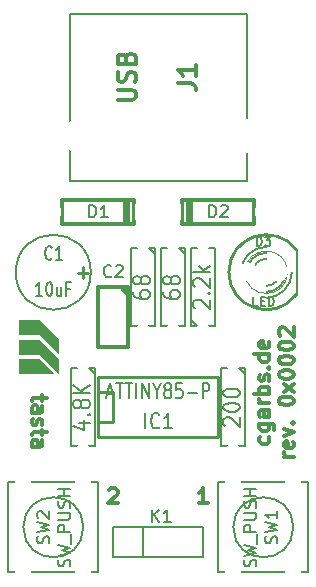
<source format=gto>
G04 (created by PCBNEW (2013-jul-07)-stable) date Fr 27 Mär 2015 12:46:30 CET*
%MOIN*%
G04 Gerber Fmt 3.4, Leading zero omitted, Abs format*
%FSLAX34Y34*%
G01*
G70*
G90*
G04 APERTURE LIST*
%ADD10C,0.00590551*%
%ADD11C,0.011811*%
%ADD12C,0.005*%
%ADD13C,0.008*%
%ADD14C,0.006*%
%ADD15C,0.01*%
%ADD16C,0.012*%
%ADD17C,0.003*%
%ADD18C,0.0001*%
%ADD19C,0.01125*%
%ADD20R,0.06X0.06*%
%ADD21C,0.06*%
%ADD22C,0.0591*%
%ADD23C,0.1181*%
%ADD24C,0.055*%
%ADD25R,0.055X0.055*%
%ADD26C,0.066*%
G04 APERTURE END LIST*
G54D10*
G54D11*
X31142Y-35202D02*
X30857Y-35202D01*
X31000Y-35202D02*
X31000Y-34702D01*
X30952Y-34773D01*
X30904Y-34821D01*
X30857Y-34845D01*
X27857Y-34750D02*
X27880Y-34726D01*
X27928Y-34702D01*
X28047Y-34702D01*
X28095Y-34726D01*
X28119Y-34750D01*
X28142Y-34797D01*
X28142Y-34845D01*
X28119Y-34916D01*
X27833Y-35202D01*
X28142Y-35202D01*
X25630Y-31607D02*
X25630Y-31797D01*
X25797Y-31678D02*
X25369Y-31678D01*
X25321Y-31702D01*
X25297Y-31750D01*
X25297Y-31797D01*
X25297Y-32178D02*
X25559Y-32178D01*
X25607Y-32154D01*
X25630Y-32107D01*
X25630Y-32011D01*
X25607Y-31964D01*
X25321Y-32178D02*
X25297Y-32130D01*
X25297Y-32011D01*
X25321Y-31964D01*
X25369Y-31940D01*
X25416Y-31940D01*
X25464Y-31964D01*
X25488Y-32011D01*
X25488Y-32130D01*
X25511Y-32178D01*
X25321Y-32392D02*
X25297Y-32440D01*
X25297Y-32535D01*
X25321Y-32583D01*
X25369Y-32607D01*
X25392Y-32607D01*
X25440Y-32583D01*
X25464Y-32535D01*
X25464Y-32464D01*
X25488Y-32416D01*
X25535Y-32392D01*
X25559Y-32392D01*
X25607Y-32416D01*
X25630Y-32464D01*
X25630Y-32535D01*
X25607Y-32583D01*
X25630Y-32750D02*
X25630Y-32940D01*
X25797Y-32821D02*
X25369Y-32821D01*
X25321Y-32845D01*
X25297Y-32892D01*
X25297Y-32940D01*
X25297Y-33321D02*
X25559Y-33321D01*
X25607Y-33297D01*
X25630Y-33250D01*
X25630Y-33154D01*
X25607Y-33107D01*
X25321Y-33321D02*
X25297Y-33273D01*
X25297Y-33154D01*
X25321Y-33107D01*
X25369Y-33083D01*
X25416Y-33083D01*
X25464Y-33107D01*
X25488Y-33154D01*
X25488Y-33273D01*
X25511Y-33321D01*
X33178Y-32976D02*
X33202Y-33023D01*
X33202Y-33119D01*
X33178Y-33166D01*
X33154Y-33190D01*
X33107Y-33214D01*
X32964Y-33214D01*
X32916Y-33190D01*
X32892Y-33166D01*
X32869Y-33119D01*
X32869Y-33023D01*
X32892Y-32976D01*
X32869Y-32547D02*
X33273Y-32547D01*
X33321Y-32571D01*
X33345Y-32595D01*
X33369Y-32642D01*
X33369Y-32714D01*
X33345Y-32761D01*
X33178Y-32547D02*
X33202Y-32595D01*
X33202Y-32690D01*
X33178Y-32738D01*
X33154Y-32761D01*
X33107Y-32785D01*
X32964Y-32785D01*
X32916Y-32761D01*
X32892Y-32738D01*
X32869Y-32690D01*
X32869Y-32595D01*
X32892Y-32547D01*
X33202Y-32095D02*
X32940Y-32095D01*
X32892Y-32119D01*
X32869Y-32166D01*
X32869Y-32261D01*
X32892Y-32309D01*
X33178Y-32095D02*
X33202Y-32142D01*
X33202Y-32261D01*
X33178Y-32309D01*
X33130Y-32333D01*
X33083Y-32333D01*
X33035Y-32309D01*
X33011Y-32261D01*
X33011Y-32142D01*
X32988Y-32095D01*
X33202Y-31857D02*
X32869Y-31857D01*
X32964Y-31857D02*
X32916Y-31833D01*
X32892Y-31809D01*
X32869Y-31761D01*
X32869Y-31714D01*
X33202Y-31547D02*
X32702Y-31547D01*
X32892Y-31547D02*
X32869Y-31500D01*
X32869Y-31404D01*
X32892Y-31357D01*
X32916Y-31333D01*
X32964Y-31309D01*
X33107Y-31309D01*
X33154Y-31333D01*
X33178Y-31357D01*
X33202Y-31404D01*
X33202Y-31500D01*
X33178Y-31547D01*
X33178Y-31119D02*
X33202Y-31071D01*
X33202Y-30976D01*
X33178Y-30928D01*
X33130Y-30904D01*
X33107Y-30904D01*
X33059Y-30928D01*
X33035Y-30976D01*
X33035Y-31047D01*
X33011Y-31095D01*
X32964Y-31119D01*
X32940Y-31119D01*
X32892Y-31095D01*
X32869Y-31047D01*
X32869Y-30976D01*
X32892Y-30928D01*
X33154Y-30690D02*
X33178Y-30666D01*
X33202Y-30690D01*
X33178Y-30714D01*
X33154Y-30690D01*
X33202Y-30690D01*
X33202Y-30238D02*
X32702Y-30238D01*
X33178Y-30238D02*
X33202Y-30285D01*
X33202Y-30380D01*
X33178Y-30428D01*
X33154Y-30452D01*
X33107Y-30476D01*
X32964Y-30476D01*
X32916Y-30452D01*
X32892Y-30428D01*
X32869Y-30380D01*
X32869Y-30285D01*
X32892Y-30238D01*
X33178Y-29809D02*
X33202Y-29857D01*
X33202Y-29952D01*
X33178Y-29999D01*
X33130Y-30023D01*
X32940Y-30023D01*
X32892Y-29999D01*
X32869Y-29952D01*
X32869Y-29857D01*
X32892Y-29809D01*
X32940Y-29785D01*
X32988Y-29785D01*
X33035Y-30023D01*
X34020Y-33642D02*
X33687Y-33642D01*
X33782Y-33642D02*
X33734Y-33619D01*
X33710Y-33595D01*
X33687Y-33547D01*
X33687Y-33500D01*
X33996Y-33142D02*
X34020Y-33190D01*
X34020Y-33285D01*
X33996Y-33333D01*
X33949Y-33357D01*
X33758Y-33357D01*
X33710Y-33333D01*
X33687Y-33285D01*
X33687Y-33190D01*
X33710Y-33142D01*
X33758Y-33119D01*
X33806Y-33119D01*
X33853Y-33357D01*
X33687Y-32952D02*
X34020Y-32833D01*
X33687Y-32714D01*
X33972Y-32523D02*
X33996Y-32500D01*
X34020Y-32523D01*
X33996Y-32547D01*
X33972Y-32523D01*
X34020Y-32523D01*
X33520Y-31809D02*
X33520Y-31761D01*
X33544Y-31714D01*
X33568Y-31690D01*
X33615Y-31666D01*
X33710Y-31642D01*
X33830Y-31642D01*
X33925Y-31666D01*
X33972Y-31690D01*
X33996Y-31714D01*
X34020Y-31761D01*
X34020Y-31809D01*
X33996Y-31857D01*
X33972Y-31880D01*
X33925Y-31904D01*
X33830Y-31928D01*
X33710Y-31928D01*
X33615Y-31904D01*
X33568Y-31880D01*
X33544Y-31857D01*
X33520Y-31809D01*
X34020Y-31476D02*
X33687Y-31214D01*
X33687Y-31476D02*
X34020Y-31214D01*
X33520Y-30928D02*
X33520Y-30880D01*
X33544Y-30833D01*
X33568Y-30809D01*
X33615Y-30785D01*
X33710Y-30761D01*
X33830Y-30761D01*
X33925Y-30785D01*
X33972Y-30809D01*
X33996Y-30833D01*
X34020Y-30880D01*
X34020Y-30928D01*
X33996Y-30976D01*
X33972Y-31000D01*
X33925Y-31023D01*
X33830Y-31047D01*
X33710Y-31047D01*
X33615Y-31023D01*
X33568Y-31000D01*
X33544Y-30976D01*
X33520Y-30928D01*
X33520Y-30452D02*
X33520Y-30404D01*
X33544Y-30357D01*
X33568Y-30333D01*
X33615Y-30309D01*
X33710Y-30285D01*
X33830Y-30285D01*
X33925Y-30309D01*
X33972Y-30333D01*
X33996Y-30357D01*
X34020Y-30404D01*
X34020Y-30452D01*
X33996Y-30500D01*
X33972Y-30523D01*
X33925Y-30547D01*
X33830Y-30571D01*
X33710Y-30571D01*
X33615Y-30547D01*
X33568Y-30523D01*
X33544Y-30500D01*
X33520Y-30452D01*
X33520Y-29976D02*
X33520Y-29928D01*
X33544Y-29880D01*
X33568Y-29857D01*
X33615Y-29833D01*
X33710Y-29809D01*
X33830Y-29809D01*
X33925Y-29833D01*
X33972Y-29857D01*
X33996Y-29880D01*
X34020Y-29928D01*
X34020Y-29976D01*
X33996Y-30023D01*
X33972Y-30047D01*
X33925Y-30071D01*
X33830Y-30095D01*
X33710Y-30095D01*
X33615Y-30071D01*
X33568Y-30047D01*
X33544Y-30023D01*
X33520Y-29976D01*
X33568Y-29619D02*
X33544Y-29595D01*
X33520Y-29547D01*
X33520Y-29428D01*
X33544Y-29380D01*
X33568Y-29357D01*
X33615Y-29333D01*
X33663Y-29333D01*
X33734Y-29357D01*
X34020Y-29642D01*
X34020Y-29333D01*
G54D12*
X27250Y-27500D02*
G75*
G03X27250Y-27500I-1250J0D01*
G74*
G01*
X26550Y-24450D02*
X26550Y-18900D01*
X32450Y-18900D02*
X32450Y-24450D01*
X26550Y-24450D02*
X32450Y-24450D01*
X26550Y-18900D02*
X32450Y-18900D01*
X34000Y-36000D02*
G75*
G03X34000Y-36000I-1000J0D01*
G74*
G01*
X34500Y-34500D02*
X34500Y-37500D01*
X34500Y-37500D02*
X31500Y-37500D01*
X31500Y-37500D02*
X31500Y-34500D01*
X34500Y-34500D02*
X31500Y-34500D01*
X27000Y-36000D02*
G75*
G03X27000Y-36000I-1000J0D01*
G74*
G01*
X24500Y-37500D02*
X24500Y-34500D01*
X24500Y-34500D02*
X27500Y-34500D01*
X27500Y-34500D02*
X27500Y-37500D01*
X24500Y-37500D02*
X27500Y-37500D01*
G54D13*
X30000Y-26500D02*
X30000Y-26700D01*
X30000Y-29500D02*
X30000Y-29300D01*
X30000Y-29300D02*
X30400Y-29300D01*
X30400Y-29300D02*
X30400Y-26700D01*
X30400Y-26700D02*
X29600Y-26700D01*
X29600Y-26700D02*
X29600Y-29300D01*
X29600Y-29300D02*
X30000Y-29300D01*
X30200Y-26700D02*
X30400Y-26900D01*
X29000Y-26500D02*
X29000Y-26700D01*
X29000Y-29500D02*
X29000Y-29300D01*
X29000Y-29300D02*
X29400Y-29300D01*
X29400Y-29300D02*
X29400Y-26700D01*
X29400Y-26700D02*
X28600Y-26700D01*
X28600Y-26700D02*
X28600Y-29300D01*
X28600Y-29300D02*
X29000Y-29300D01*
X29200Y-26700D02*
X29400Y-26900D01*
X31000Y-29500D02*
X31000Y-29300D01*
X31000Y-26500D02*
X31000Y-26700D01*
X31000Y-26700D02*
X30600Y-26700D01*
X30600Y-26700D02*
X30600Y-29300D01*
X30600Y-29300D02*
X31400Y-29300D01*
X31400Y-29300D02*
X31400Y-26700D01*
X31400Y-26700D02*
X31000Y-26700D01*
X30800Y-29300D02*
X30600Y-29100D01*
X27000Y-30500D02*
X27000Y-30700D01*
X27000Y-33500D02*
X27000Y-33300D01*
X27000Y-33300D02*
X27400Y-33300D01*
X27400Y-33300D02*
X27400Y-30700D01*
X27400Y-30700D02*
X26600Y-30700D01*
X26600Y-30700D02*
X26600Y-33300D01*
X26600Y-33300D02*
X27000Y-33300D01*
X27200Y-30700D02*
X27400Y-30900D01*
G54D14*
X28000Y-37000D02*
X28000Y-36000D01*
X28000Y-36000D02*
X31000Y-36000D01*
X31000Y-36000D02*
X31000Y-37000D01*
X31000Y-37000D02*
X28000Y-37000D01*
X29000Y-36000D02*
X29000Y-37000D01*
G54D15*
X27500Y-31500D02*
X28000Y-31500D01*
X28000Y-31500D02*
X28000Y-32500D01*
X28000Y-32500D02*
X27500Y-32500D01*
X27500Y-31000D02*
X31500Y-31000D01*
X31500Y-31000D02*
X31500Y-33000D01*
X31500Y-33000D02*
X27500Y-33000D01*
X27500Y-33000D02*
X27500Y-31000D01*
G54D16*
X29000Y-25500D02*
X28700Y-25500D01*
X28700Y-25500D02*
X28700Y-25100D01*
X28700Y-25100D02*
X26300Y-25100D01*
X26300Y-25100D02*
X26300Y-25500D01*
X26300Y-25500D02*
X26000Y-25500D01*
X26300Y-25500D02*
X26300Y-25900D01*
X26300Y-25900D02*
X28700Y-25900D01*
X28700Y-25900D02*
X28700Y-25500D01*
X28500Y-25100D02*
X28500Y-25900D01*
X28400Y-25900D02*
X28400Y-25100D01*
X30000Y-25500D02*
X30300Y-25500D01*
X30300Y-25500D02*
X30300Y-25900D01*
X30300Y-25900D02*
X32700Y-25900D01*
X32700Y-25900D02*
X32700Y-25500D01*
X32700Y-25500D02*
X33000Y-25500D01*
X32700Y-25500D02*
X32700Y-25100D01*
X32700Y-25100D02*
X30300Y-25100D01*
X30300Y-25100D02*
X30300Y-25500D01*
X30500Y-25900D02*
X30500Y-25100D01*
X30600Y-25100D02*
X30600Y-25900D01*
X28500Y-28020D02*
X28500Y-30000D01*
X28500Y-30000D02*
X27500Y-30000D01*
X27500Y-30000D02*
X27500Y-28000D01*
X27500Y-28000D02*
X28500Y-28000D01*
X28250Y-28000D02*
X28500Y-28250D01*
G54D13*
X32000Y-30500D02*
X32000Y-30700D01*
X32000Y-33500D02*
X32000Y-33300D01*
X32000Y-33300D02*
X32400Y-33300D01*
X32400Y-33300D02*
X32400Y-30700D01*
X32400Y-30700D02*
X31600Y-30700D01*
X31600Y-30700D02*
X31600Y-33300D01*
X31600Y-33300D02*
X32000Y-33300D01*
X32200Y-30700D02*
X32400Y-30900D01*
X34120Y-28250D02*
X34120Y-26750D01*
G54D17*
X33807Y-27500D02*
G75*
G03X33807Y-27500I-707J0D01*
G74*
G01*
G54D15*
X34099Y-26749D02*
G75*
G03X34099Y-28250I-999J-750D01*
G74*
G01*
G54D14*
X33100Y-27050D02*
G75*
G03X32650Y-27500I0J-450D01*
G74*
G01*
X33100Y-27950D02*
G75*
G03X33550Y-27500I0J450D01*
G74*
G01*
X33100Y-26850D02*
G75*
G03X32450Y-27500I0J-650D01*
G74*
G01*
X33100Y-28150D02*
G75*
G03X33750Y-27500I0J650D01*
G74*
G01*
X33100Y-26650D02*
G75*
G03X32250Y-27500I0J-850D01*
G74*
G01*
X33100Y-28350D02*
G75*
G03X33950Y-27500I0J850D01*
G74*
G01*
G54D18*
G36*
X26200Y-30250D02*
X25550Y-29600D01*
X24850Y-29600D01*
X24850Y-29100D01*
X25550Y-29100D01*
X26200Y-29750D01*
X26200Y-30250D01*
G37*
G36*
X24850Y-29750D02*
X24850Y-30250D01*
X25550Y-30250D01*
X26200Y-30900D01*
X26200Y-30400D01*
X25550Y-29750D01*
X24850Y-29750D01*
G37*
G36*
X24850Y-30400D02*
X24850Y-30900D01*
X26050Y-30900D01*
X25550Y-30400D01*
X24850Y-30400D01*
G37*
G54D13*
X25941Y-27039D02*
X25925Y-27060D01*
X25875Y-27082D01*
X25841Y-27082D01*
X25791Y-27060D01*
X25758Y-27017D01*
X25741Y-26975D01*
X25725Y-26889D01*
X25725Y-26825D01*
X25741Y-26739D01*
X25758Y-26696D01*
X25791Y-26653D01*
X25841Y-26632D01*
X25875Y-26632D01*
X25925Y-26653D01*
X25941Y-26675D01*
X26275Y-27082D02*
X26075Y-27082D01*
X26175Y-27082D02*
X26175Y-26632D01*
X26141Y-26696D01*
X26108Y-26739D01*
X26075Y-26760D01*
X25625Y-28282D02*
X25425Y-28282D01*
X25525Y-28282D02*
X25525Y-27832D01*
X25491Y-27896D01*
X25458Y-27939D01*
X25425Y-27960D01*
X25841Y-27832D02*
X25875Y-27832D01*
X25908Y-27853D01*
X25925Y-27875D01*
X25941Y-27917D01*
X25958Y-28003D01*
X25958Y-28110D01*
X25941Y-28196D01*
X25925Y-28239D01*
X25908Y-28260D01*
X25875Y-28282D01*
X25841Y-28282D01*
X25808Y-28260D01*
X25791Y-28239D01*
X25775Y-28196D01*
X25758Y-28110D01*
X25758Y-28003D01*
X25775Y-27917D01*
X25791Y-27875D01*
X25808Y-27853D01*
X25841Y-27832D01*
X26258Y-27982D02*
X26258Y-28282D01*
X26108Y-27982D02*
X26108Y-28217D01*
X26125Y-28260D01*
X26158Y-28282D01*
X26208Y-28282D01*
X26241Y-28260D01*
X26258Y-28239D01*
X26541Y-28046D02*
X26425Y-28046D01*
X26425Y-28282D02*
X26425Y-27832D01*
X26591Y-27832D01*
G54D19*
X26828Y-27510D02*
X27171Y-27510D01*
X27000Y-27682D02*
X27000Y-27339D01*
G54D16*
X30142Y-21200D02*
X30571Y-21200D01*
X30657Y-21228D01*
X30714Y-21285D01*
X30742Y-21371D01*
X30742Y-21428D01*
X30742Y-20600D02*
X30742Y-20942D01*
X30742Y-20771D02*
X30142Y-20771D01*
X30228Y-20828D01*
X30285Y-20885D01*
X30314Y-20942D01*
X28142Y-21757D02*
X28628Y-21757D01*
X28685Y-21728D01*
X28714Y-21700D01*
X28742Y-21642D01*
X28742Y-21528D01*
X28714Y-21471D01*
X28685Y-21442D01*
X28628Y-21414D01*
X28142Y-21414D01*
X28714Y-21157D02*
X28742Y-21071D01*
X28742Y-20928D01*
X28714Y-20871D01*
X28685Y-20842D01*
X28628Y-20814D01*
X28571Y-20814D01*
X28514Y-20842D01*
X28485Y-20871D01*
X28457Y-20928D01*
X28428Y-21042D01*
X28400Y-21100D01*
X28371Y-21128D01*
X28314Y-21157D01*
X28257Y-21157D01*
X28200Y-21128D01*
X28171Y-21100D01*
X28142Y-21042D01*
X28142Y-20900D01*
X28171Y-20814D01*
X28428Y-20357D02*
X28457Y-20271D01*
X28485Y-20242D01*
X28542Y-20214D01*
X28628Y-20214D01*
X28685Y-20242D01*
X28714Y-20271D01*
X28742Y-20328D01*
X28742Y-20557D01*
X28142Y-20557D01*
X28142Y-20357D01*
X28171Y-20300D01*
X28200Y-20271D01*
X28257Y-20242D01*
X28314Y-20242D01*
X28371Y-20271D01*
X28400Y-20300D01*
X28428Y-20357D01*
X28428Y-20557D01*
G54D13*
X33442Y-36533D02*
X33461Y-36476D01*
X33461Y-36380D01*
X33442Y-36342D01*
X33423Y-36323D01*
X33385Y-36304D01*
X33347Y-36304D01*
X33309Y-36323D01*
X33290Y-36342D01*
X33271Y-36380D01*
X33252Y-36457D01*
X33233Y-36495D01*
X33214Y-36514D01*
X33176Y-36533D01*
X33138Y-36533D01*
X33100Y-36514D01*
X33080Y-36495D01*
X33061Y-36457D01*
X33061Y-36361D01*
X33080Y-36304D01*
X33061Y-36171D02*
X33461Y-36076D01*
X33176Y-36000D01*
X33461Y-35923D01*
X33061Y-35828D01*
X33461Y-35466D02*
X33461Y-35695D01*
X33461Y-35580D02*
X33061Y-35580D01*
X33119Y-35619D01*
X33157Y-35657D01*
X33176Y-35695D01*
X32742Y-37304D02*
X32761Y-37247D01*
X32761Y-37152D01*
X32742Y-37114D01*
X32723Y-37095D01*
X32685Y-37076D01*
X32647Y-37076D01*
X32609Y-37095D01*
X32590Y-37114D01*
X32571Y-37152D01*
X32552Y-37228D01*
X32533Y-37266D01*
X32514Y-37285D01*
X32476Y-37304D01*
X32438Y-37304D01*
X32400Y-37285D01*
X32380Y-37266D01*
X32361Y-37228D01*
X32361Y-37133D01*
X32380Y-37076D01*
X32361Y-36942D02*
X32761Y-36847D01*
X32476Y-36771D01*
X32761Y-36695D01*
X32361Y-36600D01*
X32800Y-36542D02*
X32800Y-36238D01*
X32761Y-36142D02*
X32361Y-36142D01*
X32361Y-35990D01*
X32380Y-35952D01*
X32400Y-35933D01*
X32438Y-35914D01*
X32495Y-35914D01*
X32533Y-35933D01*
X32552Y-35952D01*
X32571Y-35990D01*
X32571Y-36142D01*
X32361Y-35742D02*
X32685Y-35742D01*
X32723Y-35723D01*
X32742Y-35704D01*
X32761Y-35666D01*
X32761Y-35590D01*
X32742Y-35552D01*
X32723Y-35533D01*
X32685Y-35514D01*
X32361Y-35514D01*
X32742Y-35342D02*
X32761Y-35285D01*
X32761Y-35190D01*
X32742Y-35152D01*
X32723Y-35133D01*
X32685Y-35114D01*
X32647Y-35114D01*
X32609Y-35133D01*
X32590Y-35152D01*
X32571Y-35190D01*
X32552Y-35266D01*
X32533Y-35304D01*
X32514Y-35323D01*
X32476Y-35342D01*
X32438Y-35342D01*
X32400Y-35323D01*
X32380Y-35304D01*
X32361Y-35266D01*
X32361Y-35171D01*
X32380Y-35114D01*
X32761Y-34942D02*
X32361Y-34942D01*
X32552Y-34942D02*
X32552Y-34714D01*
X32761Y-34714D02*
X32361Y-34714D01*
X25842Y-36533D02*
X25861Y-36476D01*
X25861Y-36380D01*
X25842Y-36342D01*
X25823Y-36323D01*
X25785Y-36304D01*
X25747Y-36304D01*
X25709Y-36323D01*
X25690Y-36342D01*
X25671Y-36380D01*
X25652Y-36457D01*
X25633Y-36495D01*
X25614Y-36514D01*
X25576Y-36533D01*
X25538Y-36533D01*
X25500Y-36514D01*
X25480Y-36495D01*
X25461Y-36457D01*
X25461Y-36361D01*
X25480Y-36304D01*
X25461Y-36171D02*
X25861Y-36076D01*
X25576Y-36000D01*
X25861Y-35923D01*
X25461Y-35828D01*
X25500Y-35695D02*
X25480Y-35676D01*
X25461Y-35638D01*
X25461Y-35542D01*
X25480Y-35504D01*
X25500Y-35485D01*
X25538Y-35466D01*
X25576Y-35466D01*
X25633Y-35485D01*
X25861Y-35714D01*
X25861Y-35466D01*
X26542Y-37304D02*
X26561Y-37247D01*
X26561Y-37152D01*
X26542Y-37114D01*
X26523Y-37095D01*
X26485Y-37076D01*
X26447Y-37076D01*
X26409Y-37095D01*
X26390Y-37114D01*
X26371Y-37152D01*
X26352Y-37228D01*
X26333Y-37266D01*
X26314Y-37285D01*
X26276Y-37304D01*
X26238Y-37304D01*
X26200Y-37285D01*
X26180Y-37266D01*
X26161Y-37228D01*
X26161Y-37133D01*
X26180Y-37076D01*
X26161Y-36942D02*
X26561Y-36847D01*
X26276Y-36771D01*
X26561Y-36695D01*
X26161Y-36600D01*
X26600Y-36542D02*
X26600Y-36238D01*
X26561Y-36142D02*
X26161Y-36142D01*
X26161Y-35990D01*
X26180Y-35952D01*
X26200Y-35933D01*
X26238Y-35914D01*
X26295Y-35914D01*
X26333Y-35933D01*
X26352Y-35952D01*
X26371Y-35990D01*
X26371Y-36142D01*
X26161Y-35742D02*
X26485Y-35742D01*
X26523Y-35723D01*
X26542Y-35704D01*
X26561Y-35666D01*
X26561Y-35590D01*
X26542Y-35552D01*
X26523Y-35533D01*
X26485Y-35514D01*
X26161Y-35514D01*
X26542Y-35342D02*
X26561Y-35285D01*
X26561Y-35190D01*
X26542Y-35152D01*
X26523Y-35133D01*
X26485Y-35114D01*
X26447Y-35114D01*
X26409Y-35133D01*
X26390Y-35152D01*
X26371Y-35190D01*
X26352Y-35266D01*
X26333Y-35304D01*
X26314Y-35323D01*
X26276Y-35342D01*
X26238Y-35342D01*
X26200Y-35323D01*
X26180Y-35304D01*
X26161Y-35266D01*
X26161Y-35171D01*
X26180Y-35114D01*
X26561Y-34942D02*
X26161Y-34942D01*
X26352Y-34942D02*
X26352Y-34714D01*
X26561Y-34714D02*
X26161Y-34714D01*
X29672Y-28142D02*
X29672Y-28238D01*
X29698Y-28285D01*
X29725Y-28309D01*
X29803Y-28357D01*
X29908Y-28380D01*
X30117Y-28380D01*
X30170Y-28357D01*
X30196Y-28333D01*
X30222Y-28285D01*
X30222Y-28190D01*
X30196Y-28142D01*
X30170Y-28119D01*
X30117Y-28095D01*
X29986Y-28095D01*
X29934Y-28119D01*
X29908Y-28142D01*
X29882Y-28190D01*
X29882Y-28285D01*
X29908Y-28333D01*
X29934Y-28357D01*
X29986Y-28380D01*
X29908Y-27809D02*
X29882Y-27857D01*
X29855Y-27880D01*
X29803Y-27904D01*
X29777Y-27904D01*
X29725Y-27880D01*
X29698Y-27857D01*
X29672Y-27809D01*
X29672Y-27714D01*
X29698Y-27666D01*
X29725Y-27642D01*
X29777Y-27619D01*
X29803Y-27619D01*
X29855Y-27642D01*
X29882Y-27666D01*
X29908Y-27714D01*
X29908Y-27809D01*
X29934Y-27857D01*
X29960Y-27880D01*
X30013Y-27904D01*
X30117Y-27904D01*
X30170Y-27880D01*
X30196Y-27857D01*
X30222Y-27809D01*
X30222Y-27714D01*
X30196Y-27666D01*
X30170Y-27642D01*
X30117Y-27619D01*
X30013Y-27619D01*
X29960Y-27642D01*
X29934Y-27666D01*
X29908Y-27714D01*
X28672Y-28142D02*
X28672Y-28238D01*
X28698Y-28285D01*
X28725Y-28309D01*
X28803Y-28357D01*
X28908Y-28380D01*
X29117Y-28380D01*
X29170Y-28357D01*
X29196Y-28333D01*
X29222Y-28285D01*
X29222Y-28190D01*
X29196Y-28142D01*
X29170Y-28119D01*
X29117Y-28095D01*
X28986Y-28095D01*
X28934Y-28119D01*
X28908Y-28142D01*
X28882Y-28190D01*
X28882Y-28285D01*
X28908Y-28333D01*
X28934Y-28357D01*
X28986Y-28380D01*
X28908Y-27809D02*
X28882Y-27857D01*
X28855Y-27880D01*
X28803Y-27904D01*
X28777Y-27904D01*
X28725Y-27880D01*
X28698Y-27857D01*
X28672Y-27809D01*
X28672Y-27714D01*
X28698Y-27666D01*
X28725Y-27642D01*
X28777Y-27619D01*
X28803Y-27619D01*
X28855Y-27642D01*
X28882Y-27666D01*
X28908Y-27714D01*
X28908Y-27809D01*
X28934Y-27857D01*
X28960Y-27880D01*
X29013Y-27904D01*
X29117Y-27904D01*
X29170Y-27880D01*
X29196Y-27857D01*
X29222Y-27809D01*
X29222Y-27714D01*
X29196Y-27666D01*
X29170Y-27642D01*
X29117Y-27619D01*
X29013Y-27619D01*
X28960Y-27642D01*
X28934Y-27666D01*
X28908Y-27714D01*
X30725Y-28702D02*
X30698Y-28678D01*
X30672Y-28630D01*
X30672Y-28511D01*
X30698Y-28464D01*
X30725Y-28440D01*
X30777Y-28416D01*
X30829Y-28416D01*
X30908Y-28440D01*
X31222Y-28726D01*
X31222Y-28416D01*
X31170Y-28202D02*
X31196Y-28178D01*
X31222Y-28202D01*
X31196Y-28226D01*
X31170Y-28202D01*
X31222Y-28202D01*
X30725Y-27988D02*
X30698Y-27964D01*
X30672Y-27916D01*
X30672Y-27797D01*
X30698Y-27749D01*
X30725Y-27726D01*
X30777Y-27702D01*
X30829Y-27702D01*
X30908Y-27726D01*
X31222Y-28011D01*
X31222Y-27702D01*
X31222Y-27488D02*
X30672Y-27488D01*
X31013Y-27440D02*
X31222Y-27297D01*
X30855Y-27297D02*
X31065Y-27488D01*
X26855Y-32511D02*
X27222Y-32511D01*
X26646Y-32630D02*
X27039Y-32750D01*
X27039Y-32440D01*
X27170Y-32250D02*
X27196Y-32226D01*
X27222Y-32250D01*
X27196Y-32273D01*
X27170Y-32250D01*
X27222Y-32250D01*
X26908Y-31940D02*
X26882Y-31988D01*
X26855Y-32011D01*
X26803Y-32035D01*
X26777Y-32035D01*
X26725Y-32011D01*
X26698Y-31988D01*
X26672Y-31940D01*
X26672Y-31845D01*
X26698Y-31797D01*
X26725Y-31773D01*
X26777Y-31750D01*
X26803Y-31750D01*
X26855Y-31773D01*
X26882Y-31797D01*
X26908Y-31845D01*
X26908Y-31940D01*
X26934Y-31988D01*
X26960Y-32011D01*
X27013Y-32035D01*
X27117Y-32035D01*
X27170Y-32011D01*
X27196Y-31988D01*
X27222Y-31940D01*
X27222Y-31845D01*
X27196Y-31797D01*
X27170Y-31773D01*
X27117Y-31750D01*
X27013Y-31750D01*
X26960Y-31773D01*
X26934Y-31797D01*
X26908Y-31845D01*
X27222Y-31535D02*
X26672Y-31535D01*
X27222Y-31250D02*
X26908Y-31464D01*
X26672Y-31250D02*
X26986Y-31535D01*
G54D14*
X29304Y-35811D02*
X29304Y-35411D01*
X29533Y-35811D02*
X29361Y-35583D01*
X29533Y-35411D02*
X29304Y-35640D01*
X29914Y-35811D02*
X29685Y-35811D01*
X29800Y-35811D02*
X29800Y-35411D01*
X29761Y-35469D01*
X29723Y-35507D01*
X29685Y-35526D01*
G54D13*
X29060Y-32702D02*
X29060Y-32202D01*
X29532Y-32654D02*
X29510Y-32678D01*
X29446Y-32702D01*
X29403Y-32702D01*
X29339Y-32678D01*
X29296Y-32630D01*
X29275Y-32583D01*
X29253Y-32488D01*
X29253Y-32416D01*
X29275Y-32321D01*
X29296Y-32273D01*
X29339Y-32226D01*
X29403Y-32202D01*
X29446Y-32202D01*
X29510Y-32226D01*
X29532Y-32250D01*
X29960Y-32702D02*
X29703Y-32702D01*
X29832Y-32702D02*
X29832Y-32202D01*
X29789Y-32273D01*
X29746Y-32321D01*
X29703Y-32345D01*
X27795Y-31559D02*
X27985Y-31559D01*
X27757Y-31702D02*
X27890Y-31202D01*
X28023Y-31702D01*
X28100Y-31202D02*
X28328Y-31202D01*
X28214Y-31702D02*
X28214Y-31202D01*
X28404Y-31202D02*
X28633Y-31202D01*
X28519Y-31702D02*
X28519Y-31202D01*
X28766Y-31702D02*
X28766Y-31202D01*
X28957Y-31702D02*
X28957Y-31202D01*
X29185Y-31702D01*
X29185Y-31202D01*
X29452Y-31464D02*
X29452Y-31702D01*
X29319Y-31202D02*
X29452Y-31464D01*
X29585Y-31202D01*
X29776Y-31416D02*
X29738Y-31392D01*
X29719Y-31369D01*
X29700Y-31321D01*
X29700Y-31297D01*
X29719Y-31250D01*
X29738Y-31226D01*
X29776Y-31202D01*
X29852Y-31202D01*
X29890Y-31226D01*
X29909Y-31250D01*
X29928Y-31297D01*
X29928Y-31321D01*
X29909Y-31369D01*
X29890Y-31392D01*
X29852Y-31416D01*
X29776Y-31416D01*
X29738Y-31440D01*
X29719Y-31464D01*
X29700Y-31511D01*
X29700Y-31607D01*
X29719Y-31654D01*
X29738Y-31678D01*
X29776Y-31702D01*
X29852Y-31702D01*
X29890Y-31678D01*
X29909Y-31654D01*
X29928Y-31607D01*
X29928Y-31511D01*
X29909Y-31464D01*
X29890Y-31440D01*
X29852Y-31416D01*
X30290Y-31202D02*
X30100Y-31202D01*
X30080Y-31440D01*
X30100Y-31416D01*
X30138Y-31392D01*
X30233Y-31392D01*
X30271Y-31416D01*
X30290Y-31440D01*
X30309Y-31488D01*
X30309Y-31607D01*
X30290Y-31654D01*
X30271Y-31678D01*
X30233Y-31702D01*
X30138Y-31702D01*
X30100Y-31678D01*
X30080Y-31654D01*
X30480Y-31511D02*
X30785Y-31511D01*
X30976Y-31702D02*
X30976Y-31202D01*
X31128Y-31202D01*
X31166Y-31226D01*
X31185Y-31250D01*
X31204Y-31297D01*
X31204Y-31369D01*
X31185Y-31416D01*
X31166Y-31440D01*
X31128Y-31464D01*
X30976Y-31464D01*
X27204Y-25661D02*
X27204Y-25261D01*
X27300Y-25261D01*
X27357Y-25280D01*
X27395Y-25319D01*
X27414Y-25357D01*
X27433Y-25433D01*
X27433Y-25490D01*
X27414Y-25566D01*
X27395Y-25604D01*
X27357Y-25642D01*
X27300Y-25661D01*
X27204Y-25661D01*
X27814Y-25661D02*
X27585Y-25661D01*
X27700Y-25661D02*
X27700Y-25261D01*
X27661Y-25319D01*
X27623Y-25357D01*
X27585Y-25376D01*
X31204Y-25661D02*
X31204Y-25261D01*
X31300Y-25261D01*
X31357Y-25280D01*
X31395Y-25319D01*
X31414Y-25357D01*
X31433Y-25433D01*
X31433Y-25490D01*
X31414Y-25566D01*
X31395Y-25604D01*
X31357Y-25642D01*
X31300Y-25661D01*
X31204Y-25661D01*
X31585Y-25300D02*
X31604Y-25280D01*
X31642Y-25261D01*
X31738Y-25261D01*
X31776Y-25280D01*
X31795Y-25300D01*
X31814Y-25338D01*
X31814Y-25376D01*
X31795Y-25433D01*
X31566Y-25661D01*
X31814Y-25661D01*
X27933Y-27623D02*
X27914Y-27642D01*
X27857Y-27661D01*
X27819Y-27661D01*
X27761Y-27642D01*
X27723Y-27604D01*
X27704Y-27566D01*
X27685Y-27490D01*
X27685Y-27433D01*
X27704Y-27357D01*
X27723Y-27319D01*
X27761Y-27280D01*
X27819Y-27261D01*
X27857Y-27261D01*
X27914Y-27280D01*
X27933Y-27300D01*
X28085Y-27300D02*
X28104Y-27280D01*
X28142Y-27261D01*
X28238Y-27261D01*
X28276Y-27280D01*
X28295Y-27300D01*
X28314Y-27338D01*
X28314Y-27376D01*
X28295Y-27433D01*
X28066Y-27661D01*
X28314Y-27661D01*
X31725Y-32619D02*
X31698Y-32595D01*
X31672Y-32547D01*
X31672Y-32428D01*
X31698Y-32380D01*
X31725Y-32357D01*
X31777Y-32333D01*
X31829Y-32333D01*
X31908Y-32357D01*
X32222Y-32642D01*
X32222Y-32333D01*
X31672Y-32023D02*
X31672Y-31976D01*
X31698Y-31928D01*
X31725Y-31904D01*
X31777Y-31880D01*
X31882Y-31857D01*
X32013Y-31857D01*
X32117Y-31880D01*
X32170Y-31904D01*
X32196Y-31928D01*
X32222Y-31976D01*
X32222Y-32023D01*
X32196Y-32071D01*
X32170Y-32095D01*
X32117Y-32119D01*
X32013Y-32142D01*
X31882Y-32142D01*
X31777Y-32119D01*
X31725Y-32095D01*
X31698Y-32071D01*
X31672Y-32023D01*
X31672Y-31547D02*
X31672Y-31500D01*
X31698Y-31452D01*
X31725Y-31428D01*
X31777Y-31404D01*
X31882Y-31380D01*
X32013Y-31380D01*
X32117Y-31404D01*
X32170Y-31428D01*
X32196Y-31452D01*
X32222Y-31500D01*
X32222Y-31547D01*
X32196Y-31595D01*
X32170Y-31619D01*
X32117Y-31642D01*
X32013Y-31666D01*
X31882Y-31666D01*
X31777Y-31642D01*
X31725Y-31619D01*
X31698Y-31595D01*
X31672Y-31547D01*
G54D14*
X32778Y-26621D02*
X32778Y-26321D01*
X32850Y-26321D01*
X32892Y-26335D01*
X32921Y-26364D01*
X32935Y-26392D01*
X32950Y-26450D01*
X32950Y-26492D01*
X32935Y-26550D01*
X32921Y-26578D01*
X32892Y-26607D01*
X32850Y-26621D01*
X32778Y-26621D01*
X33050Y-26321D02*
X33235Y-26321D01*
X33135Y-26435D01*
X33178Y-26435D01*
X33207Y-26450D01*
X33221Y-26464D01*
X33235Y-26492D01*
X33235Y-26564D01*
X33221Y-26592D01*
X33207Y-26607D01*
X33178Y-26621D01*
X33092Y-26621D01*
X33064Y-26607D01*
X33050Y-26592D01*
X32807Y-28621D02*
X32664Y-28621D01*
X32664Y-28321D01*
X32907Y-28464D02*
X33007Y-28464D01*
X33050Y-28621D02*
X32907Y-28621D01*
X32907Y-28321D01*
X33050Y-28321D01*
X33178Y-28621D02*
X33178Y-28321D01*
X33250Y-28321D01*
X33292Y-28335D01*
X33321Y-28364D01*
X33335Y-28392D01*
X33350Y-28450D01*
X33350Y-28492D01*
X33335Y-28550D01*
X33321Y-28578D01*
X33292Y-28607D01*
X33250Y-28621D01*
X33178Y-28621D01*
G54D10*
%LPC*%
G54D20*
X26500Y-27500D03*
G54D21*
X25500Y-27500D03*
G54D22*
X28100Y-24000D03*
X29100Y-24000D03*
X29900Y-24000D03*
X30900Y-24000D03*
G54D23*
X26900Y-22950D03*
X32300Y-22950D03*
G54D24*
X34000Y-37500D03*
X32000Y-37500D03*
X34000Y-34500D03*
X32000Y-34500D03*
X25000Y-34500D03*
X27000Y-34500D03*
X25000Y-37500D03*
X27000Y-37500D03*
X30000Y-26500D03*
X30000Y-29500D03*
X29000Y-26500D03*
X29000Y-29500D03*
X31000Y-29500D03*
X31000Y-26500D03*
X27000Y-30500D03*
X27000Y-33500D03*
G54D20*
X28500Y-36500D03*
G54D21*
X29500Y-36500D03*
X30500Y-36500D03*
G54D25*
X28000Y-33500D03*
G54D24*
X29000Y-33500D03*
X30000Y-33500D03*
X31000Y-33500D03*
X31000Y-30500D03*
X30000Y-30500D03*
X29000Y-30500D03*
X28000Y-30500D03*
G54D25*
X29000Y-25500D03*
G54D24*
X26000Y-25500D03*
G54D25*
X30000Y-25500D03*
G54D24*
X33000Y-25500D03*
X28000Y-28500D03*
X28000Y-29500D03*
X32000Y-30500D03*
X32000Y-33500D03*
G54D26*
X32500Y-27500D03*
X33500Y-27500D03*
M02*

</source>
